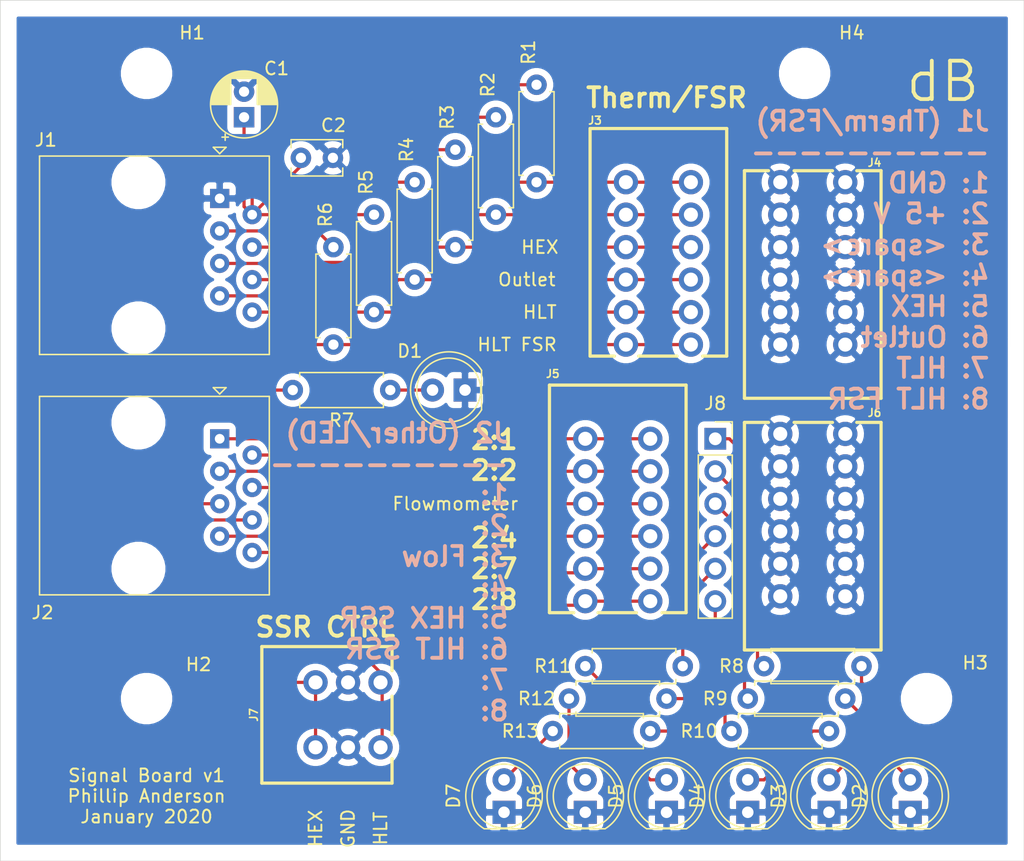
<source format=kicad_pcb>
(kicad_pcb (version 20171130) (host pcbnew 5.1.5-52549c5~84~ubuntu18.04.1)
  (layers (0 F.Cu signal) (31 B.Cu signal) (34 B.Paste user) (35 F.Paste user) (36 B.SilkS user) (37 F.SilkS user) (38 B.Mask user) (39 F.Mask user) (44 Edge.Cuts user))
  (net 0 "")
  (net 1 "Net-(J1-Pad8)")
  (net 2 "Net-(J1-Pad7)")
  (net 3 "Net-(J1-Pad6)")
  (net 4 "Net-(J1-Pad5)")
  (net 5 "Net-(J1-Pad4)")
  (net 6 "Net-(J1-Pad3)")
  (net 7 +5V)
  (net 8 GND)
  (net 9 "Net-(J2-Pad8)")
  (net 10 "Net-(J2-Pad7)")
  (net 11 "Net-(J2-Pad6)")
  (net 12 "Net-(J2-Pad5)")
  (net 13 "Net-(J2-Pad4)")
  (net 14 "Net-(J2-Pad3)")
  (net 15 "Net-(J2-Pad2)")
  (net 16 "Net-(J2-Pad1)")
  (net 17 "Net-(D1-Pad2)")
  (net 18 "Net-(J8-Pad6)")
  (net 19 "Net-(J8-Pad5)")
  (net 20 "Net-(J8-Pad4)")
  (net 21 "Net-(J8-Pad3)")
  (net 22 "Net-(J8-Pad2)")
  (net 23 "Net-(J8-Pad1)")
  (net 24 "Net-(D2-Pad2)")
  (net 25 "Net-(D3-Pad2)")
  (net 26 "Net-(D4-Pad2)")
  (net 27 "Net-(D5-Pad2)")
  (net 28 "Net-(D6-Pad2)")
  (net 29 "Net-(D7-Pad2)")
  (module Connectors:SPRINGTERMINAL_PRT-08074_2.54MM-3 (layer F.Cu) (at 71.628 93.98)
    (fp_text reference J7 (at -4.826 -2.54 90) (layer F.SilkS) (effects (font (size 0.6096 0.6096) (thickness 0.127))))
    (fp_text value Conn_01x03_Female hide)
    (pad 3 thru_hole circle (at 5.08 -5.08) (size 1.89992 1.89992) (drill 1.09982) (layers *.Cu *.Mask) (net 11 "Net-(J2-Pad6)"))
    (pad 3 thru_hole circle (at 5.08 0) (size 1.89992 1.89992) (drill 1.09982) (layers *.Cu *.Mask) (net 11 "Net-(J2-Pad6)"))
    (pad 2 thru_hole circle (at 2.54 -5.08) (size 1.89992 1.89992) (drill 1.09982) (layers *.Cu *.Mask) (net 8 GND))
    (pad 1 thru_hole circle (at 0 -5.08) (size 1.89992 1.89992) (drill 1.09982) (layers *.Cu *.Mask) (net 12 "Net-(J2-Pad5)"))
    (pad 2 thru_hole circle (at 2.54 0) (size 1.89992 1.89992) (drill 1.09982) (layers *.Cu *.Mask) (net 8 GND))
    (pad 1 thru_hole circle (at 0 0) (size 1.89992 1.89992) (drill 1.09982) (layers *.Cu *.Mask) (net 12 "Net-(J2-Pad5)"))
  )
  (module Connectors:SPRINGTERMINAL_PRT-08077_2.54MM-6 (layer F.Cu) (at 95.885 49.784 270)
    (fp_text reference J3 (at -4.826 2.413) (layer F.SilkS) (effects (font (size 0.6096 0.6096) (thickness 0.127))))
    (fp_text value Conn_01x06_Female hide)
    (pad 6 thru_hole circle (at 12.7 -5.08 270) (size 1.89992 1.89992) (drill 1.09982) (layers *.Cu *.Mask) (net 1 "Net-(J1-Pad8)"))
    (pad 5 thru_hole circle (at 10.16 -5.08 270) (size 1.89992 1.89992) (drill 1.09982) (layers *.Cu *.Mask) (net 2 "Net-(J1-Pad7)"))
    (pad 6 thru_hole circle (at 12.7 0 270) (size 1.89992 1.89992) (drill 1.09982) (layers *.Cu *.Mask) (net 1 "Net-(J1-Pad8)"))
    (pad 5 thru_hole circle (at 10.16 0 270) (size 1.89992 1.89992) (drill 1.09982) (layers *.Cu *.Mask) (net 2 "Net-(J1-Pad7)"))
    (pad 4 thru_hole circle (at 7.62 -5.08 270) (size 1.89992 1.89992) (drill 1.09982) (layers *.Cu *.Mask) (net 3 "Net-(J1-Pad6)"))
    (pad 4 thru_hole circle (at 7.62 0 270) (size 1.89992 1.89992) (drill 1.09982) (layers *.Cu *.Mask) (net 3 "Net-(J1-Pad6)"))
    (pad 3 thru_hole circle (at 5.08 -5.08 270) (size 1.89992 1.89992) (drill 1.09982) (layers *.Cu *.Mask) (net 4 "Net-(J1-Pad5)"))
    (pad 3 thru_hole circle (at 5.08 0 270) (size 1.89992 1.89992) (drill 1.09982) (layers *.Cu *.Mask) (net 4 "Net-(J1-Pad5)"))
    (pad 2 thru_hole circle (at 2.54 -5.08 270) (size 1.89992 1.89992) (drill 1.09982) (layers *.Cu *.Mask) (net 5 "Net-(J1-Pad4)"))
    (pad 1 thru_hole circle (at 0 -5.08 270) (size 1.89992 1.89992) (drill 1.09982) (layers *.Cu *.Mask) (net 6 "Net-(J1-Pad3)"))
    (pad 2 thru_hole circle (at 2.54 0 270) (size 1.89992 1.89992) (drill 1.09982) (layers *.Cu *.Mask) (net 5 "Net-(J1-Pad4)"))
    (pad 1 thru_hole circle (at 0 0 270) (size 1.89992 1.89992) (drill 1.09982) (layers *.Cu *.Mask) (net 6 "Net-(J1-Pad3)"))
  )
  (module Connectors:SPRINGTERMINAL_PRT-08077_2.54MM-6 (layer F.Cu) (at 113.03 62.484 90)
    (fp_text reference J4 (at 14.224 2.286) (layer F.SilkS) (effects (font (size 0.6096 0.6096) (thickness 0.127))))
    (fp_text value Conn_01x06_Female hide)
    (pad 6 thru_hole circle (at 12.7 -5.08 90) (size 1.89992 1.89992) (drill 1.09982) (layers *.Cu *.Mask) (net 8 GND))
    (pad 5 thru_hole circle (at 10.16 -5.08 90) (size 1.89992 1.89992) (drill 1.09982) (layers *.Cu *.Mask) (net 8 GND))
    (pad 6 thru_hole circle (at 12.7 0 90) (size 1.89992 1.89992) (drill 1.09982) (layers *.Cu *.Mask) (net 8 GND))
    (pad 5 thru_hole circle (at 10.16 0 90) (size 1.89992 1.89992) (drill 1.09982) (layers *.Cu *.Mask) (net 8 GND))
    (pad 4 thru_hole circle (at 7.62 -5.08 90) (size 1.89992 1.89992) (drill 1.09982) (layers *.Cu *.Mask) (net 8 GND))
    (pad 4 thru_hole circle (at 7.62 0 90) (size 1.89992 1.89992) (drill 1.09982) (layers *.Cu *.Mask) (net 8 GND))
    (pad 3 thru_hole circle (at 5.08 -5.08 90) (size 1.89992 1.89992) (drill 1.09982) (layers *.Cu *.Mask) (net 8 GND))
    (pad 3 thru_hole circle (at 5.08 0 90) (size 1.89992 1.89992) (drill 1.09982) (layers *.Cu *.Mask) (net 8 GND))
    (pad 2 thru_hole circle (at 2.54 -5.08 90) (size 1.89992 1.89992) (drill 1.09982) (layers *.Cu *.Mask) (net 8 GND))
    (pad 1 thru_hole circle (at 0 -5.08 90) (size 1.89992 1.89992) (drill 1.09982) (layers *.Cu *.Mask) (net 8 GND))
    (pad 2 thru_hole circle (at 2.54 0 90) (size 1.89992 1.89992) (drill 1.09982) (layers *.Cu *.Mask) (net 8 GND))
    (pad 1 thru_hole circle (at 0 0 90) (size 1.89992 1.89992) (drill 1.09982) (layers *.Cu *.Mask) (net 8 GND))
  )
  (module Connectors:SPRINGTERMINAL_PRT-08077_2.54MM-6 (layer F.Cu) (at 92.71 69.85 270)
    (fp_text reference J5 (at -5.08 2.54) (layer F.SilkS) (effects (font (size 0.6096 0.6096) (thickness 0.127))))
    (fp_text value Conn_01x06_Female hide)
    (pad 6 thru_hole circle (at 12.7 -5.08 270) (size 1.89992 1.89992) (drill 1.09982) (layers *.Cu *.Mask) (net 9 "Net-(J2-Pad8)"))
    (pad 5 thru_hole circle (at 10.16 -5.08 270) (size 1.89992 1.89992) (drill 1.09982) (layers *.Cu *.Mask) (net 10 "Net-(J2-Pad7)"))
    (pad 6 thru_hole circle (at 12.7 0 270) (size 1.89992 1.89992) (drill 1.09982) (layers *.Cu *.Mask) (net 9 "Net-(J2-Pad8)"))
    (pad 5 thru_hole circle (at 10.16 0 270) (size 1.89992 1.89992) (drill 1.09982) (layers *.Cu *.Mask) (net 10 "Net-(J2-Pad7)"))
    (pad 4 thru_hole circle (at 7.62 -5.08 270) (size 1.89992 1.89992) (drill 1.09982) (layers *.Cu *.Mask) (net 13 "Net-(J2-Pad4)"))
    (pad 4 thru_hole circle (at 7.62 0 270) (size 1.89992 1.89992) (drill 1.09982) (layers *.Cu *.Mask) (net 13 "Net-(J2-Pad4)"))
    (pad 3 thru_hole circle (at 5.08 -5.08 270) (size 1.89992 1.89992) (drill 1.09982) (layers *.Cu *.Mask) (net 14 "Net-(J2-Pad3)"))
    (pad 3 thru_hole circle (at 5.08 0 270) (size 1.89992 1.89992) (drill 1.09982) (layers *.Cu *.Mask) (net 14 "Net-(J2-Pad3)"))
    (pad 2 thru_hole circle (at 2.54 -5.08 270) (size 1.89992 1.89992) (drill 1.09982) (layers *.Cu *.Mask) (net 15 "Net-(J2-Pad2)"))
    (pad 1 thru_hole circle (at 0 -5.08 270) (size 1.89992 1.89992) (drill 1.09982) (layers *.Cu *.Mask) (net 16 "Net-(J2-Pad1)"))
    (pad 2 thru_hole circle (at 2.54 0 270) (size 1.89992 1.89992) (drill 1.09982) (layers *.Cu *.Mask) (net 15 "Net-(J2-Pad2)"))
    (pad 1 thru_hole circle (at 0 0 270) (size 1.89992 1.89992) (drill 1.09982) (layers *.Cu *.Mask) (net 16 "Net-(J2-Pad1)"))
  )
  (module Connectors:SPRINGTERMINAL_PRT-08077_2.54MM-6 (layer F.Cu) (at 113.03 82.169 90)
    (fp_text reference J6 (at 14.351 2.286) (layer F.SilkS) (effects (font (size 0.6096 0.6096) (thickness 0.127))))
    (fp_text value Conn_01x06_Female hide)
    (pad 6 thru_hole circle (at 12.7 -5.08 90) (size 1.89992 1.89992) (drill 1.09982) (layers *.Cu *.Mask) (net 8 GND))
    (pad 5 thru_hole circle (at 10.16 -5.08 90) (size 1.89992 1.89992) (drill 1.09982) (layers *.Cu *.Mask) (net 8 GND))
    (pad 6 thru_hole circle (at 12.7 0 90) (size 1.89992 1.89992) (drill 1.09982) (layers *.Cu *.Mask) (net 8 GND))
    (pad 5 thru_hole circle (at 10.16 0 90) (size 1.89992 1.89992) (drill 1.09982) (layers *.Cu *.Mask) (net 8 GND))
    (pad 4 thru_hole circle (at 7.62 -5.08 90) (size 1.89992 1.89992) (drill 1.09982) (layers *.Cu *.Mask) (net 8 GND))
    (pad 4 thru_hole circle (at 7.62 0 90) (size 1.89992 1.89992) (drill 1.09982) (layers *.Cu *.Mask) (net 8 GND))
    (pad 3 thru_hole circle (at 5.08 -5.08 90) (size 1.89992 1.89992) (drill 1.09982) (layers *.Cu *.Mask) (net 8 GND))
    (pad 3 thru_hole circle (at 5.08 0 90) (size 1.89992 1.89992) (drill 1.09982) (layers *.Cu *.Mask) (net 8 GND))
    (pad 2 thru_hole circle (at 2.54 -5.08 90) (size 1.89992 1.89992) (drill 1.09982) (layers *.Cu *.Mask) (net 8 GND))
    (pad 1 thru_hole circle (at 0 -5.08 90) (size 1.89992 1.89992) (drill 1.09982) (layers *.Cu *.Mask) (net 8 GND))
    (pad 2 thru_hole circle (at 2.54 0 90) (size 1.89992 1.89992) (drill 1.09982) (layers *.Cu *.Mask) (net 8 GND))
    (pad 1 thru_hole circle (at 0 0 90) (size 1.89992 1.89992) (drill 1.09982) (layers *.Cu *.Mask) (net 8 GND))
  )
  (module Connector_PinSocket_2.54mm:PinSocket_1x06_P2.54mm_Vertical (layer F.Cu) (at 102.87 69.85)
    (fp_text reference J8 (at 0 -2.77) (layer F.SilkS))
    (fp_text value Conn_01x06_Female)
    (pad 6 thru_hole oval (at 0 12.7) (size 1.7 1.7) (drill 1) (layers *.Cu *.Mask) (net 18 "Net-(J8-Pad6)"))
    (pad 5 thru_hole oval (at 0 10.16) (size 1.7 1.7) (drill 1) (layers *.Cu *.Mask) (net 19 "Net-(J8-Pad5)"))
    (pad 4 thru_hole oval (at 0 7.62) (size 1.7 1.7) (drill 1) (layers *.Cu *.Mask) (net 20 "Net-(J8-Pad4)"))
    (pad 3 thru_hole oval (at 0 5.08) (size 1.7 1.7) (drill 1) (layers *.Cu *.Mask) (net 21 "Net-(J8-Pad3)"))
    (pad 2 thru_hole oval (at 0 2.54) (size 1.7 1.7) (drill 1) (layers *.Cu *.Mask) (net 22 "Net-(J8-Pad2)"))
    (pad 1 thru_hole rect (at 0 0) (size 1.7 1.7) (drill 1) (layers *.Cu *.Mask) (net 23 "Net-(J8-Pad1)"))
  )
  (module LED_THT:LED_D5.0mm (layer F.Cu) (at 86.36 99.06 90)
    (fp_text reference D7 (at 1.27 -3.96 90) (layer F.SilkS))
    (fp_text value LED)
    (pad 2 thru_hole circle (at 2.54 0 90) (size 1.8 1.8) (drill 0.9) (layers *.Cu *.Mask) (net 29 "Net-(D7-Pad2)"))
    (pad 1 thru_hole rect (at 0 0 90) (size 1.8 1.8) (drill 0.9) (layers *.Cu *.Mask) (net 8 GND))
  )
  (module MountingHole:MountingHole_3mm (layer F.Cu) (at 109.855 41.275)
    (fp_text reference H4 (at 3.683 -3.175) (layer F.SilkS))
    (fp_text value MountingHole)
    (pad 1 np_thru_hole circle (at 0 0) (size 3 3) (drill 3) (layers *.Cu *.Mask))
  )
  (module MountingHole:MountingHole_3mm (layer F.Cu) (at 119.38 90.17)
    (fp_text reference H3 (at 3.81 -2.794) (layer F.SilkS))
    (fp_text value MountingHole)
    (pad 1 np_thru_hole circle (at 0 0) (size 3 3) (drill 3) (layers *.Cu *.Mask))
  )
  (module MountingHole:MountingHole_3mm (layer F.Cu) (at 58.42 90.17)
    (fp_text reference H2 (at 4.064 -2.667) (layer F.SilkS))
    (fp_text value MountingHole)
    (pad 1 np_thru_hole circle (at 0 0) (size 3 3) (drill 3) (layers *.Cu *.Mask))
  )
  (module MountingHole:MountingHole_3mm (layer F.Cu) (at 58.42 41.275)
    (fp_text reference H1 (at 3.556 -3.175) (layer F.SilkS))
    (fp_text value MountingHole)
    (pad 1 np_thru_hole circle (at 0 0) (size 3 3) (drill 3) (layers *.Cu *.Mask))
  )
  (module Resistor_THT:R_Axial_DIN0207_L6.3mm_D2.5mm_P7.62mm_Horizontal (layer F.Cu) (at 90.17 92.71)
    (fp_text reference R13 (at -2.54 0) (layer F.SilkS))
    (fp_text value 220R)
    (pad 2 thru_hole oval (at 7.62 0) (size 1.6 1.6) (drill 0.8) (layers *.Cu *.Mask) (net 18 "Net-(J8-Pad6)"))
    (pad 1 thru_hole circle (at 0 0) (size 1.6 1.6) (drill 0.8) (layers *.Cu *.Mask) (net 29 "Net-(D7-Pad2)"))
  )
  (module Resistor_THT:R_Axial_DIN0207_L6.3mm_D2.5mm_P7.62mm_Horizontal (layer F.Cu) (at 91.44 90.17)
    (fp_text reference R12 (at -2.54 0) (layer F.SilkS))
    (fp_text value 220R)
    (pad 2 thru_hole oval (at 7.62 0) (size 1.6 1.6) (drill 0.8) (layers *.Cu *.Mask) (net 19 "Net-(J8-Pad5)"))
    (pad 1 thru_hole circle (at 0 0) (size 1.6 1.6) (drill 0.8) (layers *.Cu *.Mask) (net 28 "Net-(D6-Pad2)"))
  )
  (module Resistor_THT:R_Axial_DIN0207_L6.3mm_D2.5mm_P7.62mm_Horizontal (layer F.Cu) (at 92.71 87.63)
    (fp_text reference R11 (at -2.54 0) (layer F.SilkS))
    (fp_text value 220R)
    (pad 2 thru_hole oval (at 7.62 0) (size 1.6 1.6) (drill 0.8) (layers *.Cu *.Mask) (net 20 "Net-(J8-Pad4)"))
    (pad 1 thru_hole circle (at 0 0) (size 1.6 1.6) (drill 0.8) (layers *.Cu *.Mask) (net 27 "Net-(D5-Pad2)"))
  )
  (module Resistor_THT:R_Axial_DIN0207_L6.3mm_D2.5mm_P7.62mm_Horizontal (layer F.Cu) (at 111.76 92.71 180)
    (fp_text reference R10 (at 10.16 0) (layer F.SilkS))
    (fp_text value 220R)
    (pad 2 thru_hole oval (at 7.62 0 180) (size 1.6 1.6) (drill 0.8) (layers *.Cu *.Mask) (net 21 "Net-(J8-Pad3)"))
    (pad 1 thru_hole circle (at 0 0 180) (size 1.6 1.6) (drill 0.8) (layers *.Cu *.Mask) (net 26 "Net-(D4-Pad2)"))
  )
  (module Resistor_THT:R_Axial_DIN0207_L6.3mm_D2.5mm_P7.62mm_Horizontal (layer F.Cu) (at 113.03 90.17 180)
    (fp_text reference R9 (at 10.16 0) (layer F.SilkS))
    (fp_text value 220R)
    (pad 2 thru_hole oval (at 7.62 0 180) (size 1.6 1.6) (drill 0.8) (layers *.Cu *.Mask) (net 22 "Net-(J8-Pad2)"))
    (pad 1 thru_hole circle (at 0 0 180) (size 1.6 1.6) (drill 0.8) (layers *.Cu *.Mask) (net 25 "Net-(D3-Pad2)"))
  )
  (module Resistor_THT:R_Axial_DIN0207_L6.3mm_D2.5mm_P7.62mm_Horizontal (layer F.Cu) (at 114.3 87.63 180)
    (fp_text reference R8 (at 10.16 0) (layer F.SilkS))
    (fp_text value 220R)
    (pad 2 thru_hole oval (at 7.62 0 180) (size 1.6 1.6) (drill 0.8) (layers *.Cu *.Mask) (net 23 "Net-(J8-Pad1)"))
    (pad 1 thru_hole circle (at 0 0 180) (size 1.6 1.6) (drill 0.8) (layers *.Cu *.Mask) (net 24 "Net-(D2-Pad2)"))
  )
  (module LED_THT:LED_D5.0mm (layer F.Cu) (at 92.71 99.06 90)
    (fp_text reference D6 (at 1.27 -3.96 90) (layer F.SilkS))
    (fp_text value LED)
    (pad 2 thru_hole circle (at 2.54 0 90) (size 1.8 1.8) (drill 0.9) (layers *.Cu *.Mask) (net 28 "Net-(D6-Pad2)"))
    (pad 1 thru_hole rect (at 0 0 90) (size 1.8 1.8) (drill 0.9) (layers *.Cu *.Mask) (net 8 GND))
  )
  (module LED_THT:LED_D5.0mm (layer F.Cu) (at 99.06 99.06 90)
    (fp_text reference D5 (at 1.27 -3.96 90) (layer F.SilkS))
    (fp_text value LED)
    (pad 2 thru_hole circle (at 2.54 0 90) (size 1.8 1.8) (drill 0.9) (layers *.Cu *.Mask) (net 27 "Net-(D5-Pad2)"))
    (pad 1 thru_hole rect (at 0 0 90) (size 1.8 1.8) (drill 0.9) (layers *.Cu *.Mask) (net 8 GND))
  )
  (module LED_THT:LED_D5.0mm (layer F.Cu) (at 105.41 99.06 90)
    (fp_text reference D4 (at 1.27 -3.96 90) (layer F.SilkS))
    (fp_text value LED)
    (pad 2 thru_hole circle (at 2.54 0 90) (size 1.8 1.8) (drill 0.9) (layers *.Cu *.Mask) (net 26 "Net-(D4-Pad2)"))
    (pad 1 thru_hole rect (at 0 0 90) (size 1.8 1.8) (drill 0.9) (layers *.Cu *.Mask) (net 8 GND))
  )
  (module LED_THT:LED_D5.0mm (layer F.Cu) (at 111.76 99.06 90)
    (fp_text reference D3 (at 1.27 -3.96 90) (layer F.SilkS))
    (fp_text value LED)
    (pad 2 thru_hole circle (at 2.54 0 90) (size 1.8 1.8) (drill 0.9) (layers *.Cu *.Mask) (net 25 "Net-(D3-Pad2)"))
    (pad 1 thru_hole rect (at 0 0 90) (size 1.8 1.8) (drill 0.9) (layers *.Cu *.Mask) (net 8 GND))
  )
  (module LED_THT:LED_D5.0mm (layer F.Cu) (at 118.11 99.06 90)
    (fp_text reference D2 (at 1.27 -3.96 90) (layer F.SilkS))
    (fp_text value LED)
    (pad 2 thru_hole circle (at 2.54 0 90) (size 1.8 1.8) (drill 0.9) (layers *.Cu *.Mask) (net 24 "Net-(D2-Pad2)"))
    (pad 1 thru_hole rect (at 0 0 90) (size 1.8 1.8) (drill 0.9) (layers *.Cu *.Mask) (net 8 GND))
  )
  (module LED_THT:LED_D5.0mm (layer F.Cu) (at 83.312 66.04 180)
    (fp_text reference D1 (at 4.318 3.048) (layer F.SilkS))
    (fp_text value LED)
    (pad 2 thru_hole circle (at 2.54 0 180) (size 1.8 1.8) (drill 0.9) (layers *.Cu *.Mask) (net 17 "Net-(D1-Pad2)"))
    (pad 1 thru_hole rect (at 0 0 180) (size 1.8 1.8) (drill 0.9) (layers *.Cu *.Mask) (net 8 GND))
  )
  (module Resistor_THT:R_Axial_DIN0207_L6.3mm_D2.5mm_P7.62mm_Horizontal (layer F.Cu) (at 77.47 66.04 180)
    (fp_text reference R7 (at 3.81 -2.37) (layer F.SilkS))
    (fp_text value 220R)
    (pad 2 thru_hole oval (at 7.62 0 180) (size 1.6 1.6) (drill 0.8) (layers *.Cu *.Mask) (net 7 +5V))
    (pad 1 thru_hole circle (at 0 0 180) (size 1.6 1.6) (drill 0.8) (layers *.Cu *.Mask) (net 17 "Net-(D1-Pad2)"))
  )
  (module Capacitor_THT:C_Disc_D3.8mm_W2.6mm_P2.50mm (layer F.Cu) (at 70.485 47.879)
    (fp_text reference C2 (at 2.54 -2.54) (layer F.SilkS))
    (fp_text value 0.1uF)
    (pad 2 thru_hole circle (at 2.5 0) (size 1.6 1.6) (drill 0.8) (layers *.Cu *.Mask) (net 8 GND))
    (pad 1 thru_hole circle (at 0 0) (size 1.6 1.6) (drill 0.8) (layers *.Cu *.Mask) (net 7 +5V))
  )
  (module Capacitor_THT:CP_Radial_D5.0mm_P2.00mm (layer F.Cu) (at 66.04 44.704 90)
    (fp_text reference C1 (at 3.81 2.54 180) (layer F.SilkS))
    (fp_text value 10uF)
    (pad 2 thru_hole circle (at 2 0 90) (size 1.6 1.6) (drill 0.8) (layers *.Cu *.Mask) (net 8 GND))
    (pad 1 thru_hole rect (at 0 0 90) (size 1.6 1.6) (drill 0.8) (layers *.Cu *.Mask) (net 7 +5V))
  )
  (module Resistor_THT:R_Axial_DIN0207_L6.3mm_D2.5mm_P7.62mm_Horizontal (layer F.Cu) (at 73.025 62.484 90)
    (fp_text reference R6 (at 10.16 -0.635 90) (layer F.SilkS))
    (fp_text value 10k)
    (pad 2 thru_hole oval (at 7.62 0 90) (size 1.6 1.6) (drill 0.8) (layers *.Cu *.Mask) (net 7 +5V))
    (pad 1 thru_hole circle (at 0 0 90) (size 1.6 1.6) (drill 0.8) (layers *.Cu *.Mask) (net 1 "Net-(J1-Pad8)"))
  )
  (module Resistor_THT:R_Axial_DIN0207_L6.3mm_D2.5mm_P7.62mm_Horizontal (layer F.Cu) (at 76.2 59.944 90)
    (fp_text reference R5 (at 10.16 -0.635 90) (layer F.SilkS))
    (fp_text value 10k)
    (pad 2 thru_hole oval (at 7.62 0 90) (size 1.6 1.6) (drill 0.8) (layers *.Cu *.Mask) (net 7 +5V))
    (pad 1 thru_hole circle (at 0 0 90) (size 1.6 1.6) (drill 0.8) (layers *.Cu *.Mask) (net 2 "Net-(J1-Pad7)"))
  )
  (module Resistor_THT:R_Axial_DIN0207_L6.3mm_D2.5mm_P7.62mm_Horizontal (layer F.Cu) (at 79.375 57.404 90)
    (fp_text reference R4 (at 10.16 -0.635 90) (layer F.SilkS))
    (fp_text value 10k)
    (pad 2 thru_hole oval (at 7.62 0 90) (size 1.6 1.6) (drill 0.8) (layers *.Cu *.Mask) (net 7 +5V))
    (pad 1 thru_hole circle (at 0 0 90) (size 1.6 1.6) (drill 0.8) (layers *.Cu *.Mask) (net 3 "Net-(J1-Pad6)"))
  )
  (module Resistor_THT:R_Axial_DIN0207_L6.3mm_D2.5mm_P7.62mm_Horizontal (layer F.Cu) (at 82.55 54.864 90)
    (fp_text reference R3 (at 10.16 -0.635 90) (layer F.SilkS))
    (fp_text value 10k)
    (pad 2 thru_hole oval (at 7.62 0 90) (size 1.6 1.6) (drill 0.8) (layers *.Cu *.Mask) (net 7 +5V))
    (pad 1 thru_hole circle (at 0 0 90) (size 1.6 1.6) (drill 0.8) (layers *.Cu *.Mask) (net 4 "Net-(J1-Pad5)"))
  )
  (module Resistor_THT:R_Axial_DIN0207_L6.3mm_D2.5mm_P7.62mm_Horizontal (layer F.Cu) (at 85.725 52.324 90)
    (fp_text reference R2 (at 10.16 -0.635 90) (layer F.SilkS))
    (fp_text value 10k)
    (pad 2 thru_hole oval (at 7.62 0 90) (size 1.6 1.6) (drill 0.8) (layers *.Cu *.Mask) (net 7 +5V))
    (pad 1 thru_hole circle (at 0 0 90) (size 1.6 1.6) (drill 0.8) (layers *.Cu *.Mask) (net 5 "Net-(J1-Pad4)"))
  )
  (module Resistor_THT:R_Axial_DIN0207_L6.3mm_D2.5mm_P7.62mm_Horizontal (layer F.Cu) (at 88.9 49.784 90)
    (fp_text reference R1 (at 10.16 -0.635 90) (layer F.SilkS))
    (fp_text value 10k)
    (pad 2 thru_hole oval (at 7.62 0 90) (size 1.6 1.6) (drill 0.8) (layers *.Cu *.Mask) (net 7 +5V))
    (pad 1 thru_hole circle (at 0 0 90) (size 1.6 1.6) (drill 0.8) (layers *.Cu *.Mask) (net 6 "Net-(J1-Pad3)"))
  )
  (module Connector_RJ:RJ45_Amphenol_54602-x08_Horizontal (layer F.Cu) (at 64.135 69.85 270)
    (fp_text reference J2 (at 13.589 13.843 180) (layer F.SilkS))
    (fp_text value RJ45)
    (pad 8 thru_hole circle (at 8.89 -2.54 270) (size 1.5 1.5) (drill 0.76) (layers *.Cu *.Mask) (net 9 "Net-(J2-Pad8)"))
    (pad 7 thru_hole circle (at 7.62 0 270) (size 1.5 1.5) (drill 0.76) (layers *.Cu *.Mask) (net 10 "Net-(J2-Pad7)"))
    (pad 6 thru_hole circle (at 6.35 -2.54 270) (size 1.5 1.5) (drill 0.76) (layers *.Cu *.Mask) (net 11 "Net-(J2-Pad6)"))
    (pad 5 thru_hole circle (at 5.08 0 270) (size 1.5 1.5) (drill 0.76) (layers *.Cu *.Mask) (net 12 "Net-(J2-Pad5)"))
    (pad 4 thru_hole circle (at 3.81 -2.54 270) (size 1.5 1.5) (drill 0.76) (layers *.Cu *.Mask) (net 13 "Net-(J2-Pad4)"))
    (pad 3 thru_hole circle (at 2.54 0 270) (size 1.5 1.5) (drill 0.76) (layers *.Cu *.Mask) (net 14 "Net-(J2-Pad3)"))
    (pad 2 thru_hole circle (at 1.27 -2.54 270) (size 1.5 1.5) (drill 0.76) (layers *.Cu *.Mask) (net 15 "Net-(J2-Pad2)"))
    (pad 1 thru_hole rect (at 0 0 270) (size 1.5 1.5) (drill 0.76) (layers *.Cu *.Mask) (net 16 "Net-(J2-Pad1)"))
    (pad "" np_thru_hole circle (at -1.27 6.35 270) (size 3.2 3.2) (drill 3.2) (layers *.Cu *.Mask))
    (pad "" np_thru_hole circle (at 10.16 6.35 270) (size 3.2 3.2) (drill 3.2) (layers *.Cu *.Mask))
  )
  (module Connector_RJ:RJ45_Amphenol_54602-x08_Horizontal (layer F.Cu) (at 64.135 51.054 270)
    (fp_text reference J1 (at -4.572 13.589 180) (layer F.SilkS))
    (fp_text value RJ45)
    (pad 8 thru_hole circle (at 8.89 -2.54 270) (size 1.5 1.5) (drill 0.76) (layers *.Cu *.Mask) (net 1 "Net-(J1-Pad8)"))
    (pad 7 thru_hole circle (at 7.62 0 270) (size 1.5 1.5) (drill 0.76) (layers *.Cu *.Mask) (net 2 "Net-(J1-Pad7)"))
    (pad 6 thru_hole circle (at 6.35 -2.54 270) (size 1.5 1.5) (drill 0.76) (layers *.Cu *.Mask) (net 3 "Net-(J1-Pad6)"))
    (pad 5 thru_hole circle (at 5.08 0 270) (size 1.5 1.5) (drill 0.76) (layers *.Cu *.Mask) (net 4 "Net-(J1-Pad5)"))
    (pad 4 thru_hole circle (at 3.81 -2.54 270) (size 1.5 1.5) (drill 0.76) (layers *.Cu *.Mask) (net 5 "Net-(J1-Pad4)"))
    (pad 3 thru_hole circle (at 2.54 0 270) (size 1.5 1.5) (drill 0.76) (layers *.Cu *.Mask) (net 6 "Net-(J1-Pad3)"))
    (pad 2 thru_hole circle (at 1.27 -2.54 270) (size 1.5 1.5) (drill 0.76) (layers *.Cu *.Mask) (net 7 +5V))
    (pad 1 thru_hole rect (at 0 0 270) (size 1.5 1.5) (drill 0.76) (layers *.Cu *.Mask) (net 8 GND))
    (pad "" np_thru_hole circle (at -1.27 6.35 270) (size 3.2 3.2) (drill 3.2) (layers *.Cu *.Mask))
    (pad "" np_thru_hole circle (at 10.16 6.35 270) (size 3.2 3.2) (drill 3.2) (layers *.Cu *.Mask))
  )
  (gr_text "2:4\n2:7\n2:8" (at 85.598 80.01) (layer F.SilkS) (effects (font (size 1.5 1.5) (thickness 0.3))))
  (gr_text "2:1\n2:2" (at 85.598 71.12) (layer F.SilkS) (effects (font (size 1.5 1.5) (thickness 0.3))))
  (gr_text "J2 (Other/LED)\n----------\n1: \n2: \n3: Flow\n4: \n5: HEX SSR\n6: HLT SSR\n7: \n8: \n" (at 86.868 80.264) (layer B.SilkS) (effects (font (size 1.5 1.5) (thickness 0.3)) (justify left mirror)))
  (gr_text "J1 (Therm/FSR)\n----------\n1: GND\n2: +5 V\n3: <spare>\n4: <spare>\n5: HEX\n6: Outlet\n7: HLT\n8: HLT FSR\n" (at 124.46 55.88) (layer B.SilkS) (effects (font (size 1.5 1.5) (thickness 0.3)) (justify left mirror)))
  (gr_text "Signal Board v1\nPhillip Anderson\nJanuary 2020" (at 58.42 97.79) (layer F.SilkS) (effects (font (size 1 1))))
  (gr_text dB (at 120.65 41.91) (layer F.SilkS) (effects (font (size 3 3) (thickness 0.3))))
  (gr_text GND (at 74.168 100.33 90) (layer F.SilkS) (effects (font (size 1 1))))
  (gr_text HLT (at 76.708 100.33 90) (layer F.SilkS) (effects (font (size 1 1))))
  (gr_text HEX (at 71.628 100.33 90) (layer F.SilkS) (effects (font (size 1 1))))
  (gr_text Flowmometer (at 82.55 74.93) (layer F.SilkS) (effects (font (size 1 1))))
  (gr_text "HLT FSR" (at 87.376 62.484) (layer F.SilkS) (effects (font (size 1 1))))
  (gr_text HLT (at 89.154 59.944) (layer F.SilkS) (effects (font (size 1 1))))
  (gr_text Outlet (at 88.138 57.404) (layer F.SilkS) (effects (font (size 1 1))))
  (gr_text HEX (at 89.154 54.864) (layer F.SilkS) (effects (font (size 1 1))))
  (gr_text "SSR CTRL" (at 72.39 84.582) (layer F.SilkS) (effects (font (size 1.5 1.5) (thickness 0.3))))
  (gr_text Therm/FSR (at 99.06 43.18) (layer F.SilkS) (effects (font (size 1.5 1.5) (thickness 0.3))))
  (gr_line (start 46.99 102.87) (end 46.99 35.56) (layer Edge.Cuts) (width 0.05))
  (gr_line (start 127 102.87) (end 46.99 102.87) (layer Edge.Cuts) (width 0.05))
  (gr_line (start 127 35.56) (end 127 102.87) (layer Edge.Cuts) (width 0.05))
  (gr_line (start 46.99 35.56) (end 127 35.56) (layer Edge.Cuts) (width 0.05))
  (segment (start 95.245762 62.484) (end 95.565381 62.803619) (width 0.25) (layer F.Cu) (net 1))
  (segment (start 73.025 62.484) (end 95.245762 62.484) (width 0.25) (layer F.Cu) (net 1))
  (segment (start 73.025 62.484) (end 71.12 62.484) (width 0.25) (layer F.Cu) (net 1))
  (segment (start 68.58 59.944) (end 66.675 59.944) (width 0.25) (layer F.Cu) (net 1))
  (segment (start 71.12 62.484) (end 68.58 59.944) (width 0.25) (layer F.Cu) (net 1))
  (segment (start 100.965 62.484) (end 95.885 62.484) (width 0.25) (layer F.Cu) (net 1))
  (segment (start 95.245762 59.944) (end 95.565381 60.263619) (width 0.25) (layer F.Cu) (net 2))
  (segment (start 76.2 59.944) (end 95.245762 59.944) (width 0.25) (layer F.Cu) (net 2))
  (segment (start 64.135 58.674) (end 68.58 58.674) (width 0.25) (layer F.Cu) (net 2))
  (segment (start 69.85 59.944) (end 76.2 59.944) (width 0.25) (layer F.Cu) (net 2))
  (segment (start 68.58 58.674) (end 69.85 59.944) (width 0.25) (layer F.Cu) (net 2))
  (segment (start 95.885 59.944) (end 100.965 59.944) (width 0.25) (layer F.Cu) (net 2))
  (segment (start 95.245762 57.404) (end 95.565381 57.723619) (width 0.25) (layer F.Cu) (net 3))
  (segment (start 79.375 57.404) (end 95.245762 57.404) (width 0.25) (layer F.Cu) (net 3))
  (segment (start 78.105 57.404) (end 79.375 57.404) (width 0.25) (layer F.Cu) (net 3))
  (segment (start 77.47 58.039) (end 78.105 57.404) (width 0.25) (layer F.Cu) (net 3))
  (segment (start 69.215 58.039) (end 77.47 58.039) (width 0.25) (layer F.Cu) (net 3))
  (segment (start 66.675 57.404) (end 68.58 57.404) (width 0.25) (layer F.Cu) (net 3))
  (segment (start 68.58 57.404) (end 69.215 58.039) (width 0.25) (layer F.Cu) (net 3))
  (segment (start 100.965 57.404) (end 95.885 57.404) (width 0.25) (layer F.Cu) (net 3))
  (segment (start 95.245762 54.864) (end 95.565381 55.183619) (width 0.25) (layer F.Cu) (net 4))
  (segment (start 82.55 54.864) (end 95.245762 54.864) (width 0.25) (layer F.Cu) (net 4))
  (segment (start 68.58 56.134) (end 64.135 56.134) (width 0.25) (layer F.Cu) (net 4))
  (segment (start 76.83641 57.404) (end 69.85 57.404) (width 0.25) (layer F.Cu) (net 4))
  (segment (start 69.85 57.404) (end 68.58 56.134) (width 0.25) (layer F.Cu) (net 4))
  (segment (start 82.55 54.864) (end 79.37641 54.864) (width 0.25) (layer F.Cu) (net 4))
  (segment (start 79.37641 54.864) (end 76.83641 57.404) (width 0.25) (layer F.Cu) (net 4))
  (segment (start 95.885 54.864) (end 100.965 54.864) (width 0.25) (layer F.Cu) (net 4))
  (segment (start 95.43299 52.511228) (end 95.565381 52.643619) (width 0.25) (layer F.Cu) (net 5))
  (segment (start 85.725 52.324) (end 95.43299 52.324) (width 0.25) (layer F.Cu) (net 5))
  (segment (start 95.43299 52.324) (end 95.43299 52.511228) (width 0.25) (layer F.Cu) (net 5))
  (segment (start 68.897853 54.864) (end 66.675 54.864) (width 0.25) (layer F.Cu) (net 5))
  (segment (start 70.802853 56.769) (end 68.897853 54.864) (width 0.25) (layer F.Cu) (net 5))
  (segment (start 85.725 52.324) (end 80.645 52.324) (width 0.25) (layer F.Cu) (net 5))
  (segment (start 76.2 56.769) (end 70.802853 56.769) (width 0.25) (layer F.Cu) (net 5))
  (segment (start 80.645 52.324) (end 76.2 56.769) (width 0.25) (layer F.Cu) (net 5))
  (segment (start 100.965 52.324) (end 95.885 52.324) (width 0.25) (layer F.Cu) (net 5))
  (segment (start 95.245762 49.784) (end 95.565381 50.103619) (width 0.25) (layer F.Cu) (net 6))
  (segment (start 88.9 49.784) (end 95.245762 49.784) (width 0.25) (layer F.Cu) (net 6))
  (segment (start 69.215 53.594) (end 64.135 53.594) (width 0.25) (layer F.Cu) (net 6))
  (segment (start 71.674967 56.053967) (end 69.215 53.594) (width 0.25) (layer F.Cu) (net 6))
  (segment (start 75.645033 56.053967) (end 71.674967 56.053967) (width 0.25) (layer F.Cu) (net 6))
  (segment (start 88.9 49.784) (end 81.915 49.784) (width 0.25) (layer F.Cu) (net 6))
  (segment (start 81.915 49.784) (end 75.645033 56.053967) (width 0.25) (layer F.Cu) (net 6))
  (segment (start 95.885 49.784) (end 100.965 49.784) (width 0.25) (layer F.Cu) (net 6))
  (segment (start 71.12 44.704) (end 85.725 44.704) (width 0.25) (layer F.Cu) (net 7))
  (segment (start 70.485 52.324) (end 73.025 54.864) (width 0.25) (layer F.Cu) (net 7))
  (segment (start 70.485 52.324) (end 76.2 52.324) (width 0.25) (layer F.Cu) (net 7))
  (segment (start 73.025 49.784) (end 79.375 49.784) (width 0.25) (layer F.Cu) (net 7))
  (segment (start 70.485 52.324) (end 73.025 49.784) (width 0.25) (layer F.Cu) (net 7))
  (segment (start 66.675 52.324) (end 70.485 52.324) (width 0.25) (layer F.Cu) (net 7))
  (segment (start 73.025 44.704) (end 71.12 44.704) (width 0.25) (layer F.Cu) (net 7))
  (segment (start 82.55 47.244) (end 75.565 47.244) (width 0.25) (layer F.Cu) (net 7))
  (segment (start 75.565 47.244) (end 73.025 44.704) (width 0.25) (layer F.Cu) (net 7))
  (segment (start 75.565 42.164) (end 73.025 44.704) (width 0.25) (layer F.Cu) (net 7))
  (segment (start 88.9 42.164) (end 75.565 42.164) (width 0.25) (layer F.Cu) (net 7))
  (segment (start 70.485 48.514) (end 66.675 52.324) (width 0.25) (layer F.Cu) (net 7))
  (segment (start 70.485 47.879) (end 70.485 48.514) (width 0.25) (layer F.Cu) (net 7))
  (segment (start 66.04 51.689) (end 66.675 52.324) (width 0.25) (layer F.Cu) (net 7))
  (segment (start 66.675 48.514) (end 66.675 52.324) (width 0.25) (layer F.Cu) (net 7))
  (segment (start 71.12 44.704) (end 70.485 44.704) (width 0.25) (layer F.Cu) (net 7))
  (segment (start 70.485 44.704) (end 66.675 48.514) (width 0.25) (layer F.Cu) (net 7))
  (segment (start 66.04 44.704) (end 66.04 49.53) (width 0.25) (layer F.Cu) (net 7))
  (segment (start 66.04 49.53) (end 66.04 51.689) (width 0.25) (layer F.Cu) (net 7))
  (segment (start 62.23 49.53) (end 66.04 49.53) (width 0.25) (layer F.Cu) (net 7))
  (segment (start 60.96 50.8) (end 62.23 49.53) (width 0.25) (layer F.Cu) (net 7))
  (segment (start 69.85 66.04) (end 67.31 66.04) (width 0.25) (layer F.Cu) (net 7))
  (segment (start 60.96 59.69) (end 60.96 50.8) (width 0.25) (layer F.Cu) (net 7))
  (segment (start 67.31 66.04) (end 60.96 59.69) (width 0.25) (layer F.Cu) (net 7))
  (segment (start 66.675 78.74) (end 82.55 78.74) (width 0.25) (layer F.Cu) (net 9))
  (segment (start 86.679619 82.869619) (end 92.390381 82.869619) (width 0.25) (layer F.Cu) (net 9))
  (segment (start 82.55 78.74) (end 86.679619 82.869619) (width 0.25) (layer F.Cu) (net 9))
  (segment (start 97.79 82.55) (end 92.71 82.55) (width 0.25) (layer F.Cu) (net 9))
  (segment (start 86.679619 80.329619) (end 92.390381 80.329619) (width 0.25) (layer F.Cu) (net 10))
  (segment (start 64.135 77.47) (end 83.82 77.47) (width 0.25) (layer F.Cu) (net 10))
  (segment (start 83.82 77.47) (end 86.679619 80.329619) (width 0.25) (layer F.Cu) (net 10))
  (segment (start 97.79 80.01) (end 92.71 80.01) (width 0.25) (layer F.Cu) (net 10))
  (segment (start 70.358 81.788) (end 76.708 88.138) (width 0.25) (layer F.Cu) (net 11))
  (segment (start 66.294 76.2) (end 62.97525 76.2) (width 0.25) (layer F.Cu) (net 11))
  (segment (start 76.708 88.138) (end 76.708 88.9) (width 0.25) (layer F.Cu) (net 11))
  (segment (start 62.97525 76.2) (end 62.738 76.43725) (width 0.25) (layer F.Cu) (net 11))
  (segment (start 66.675 75.819) (end 66.294 76.2) (width 0.25) (layer F.Cu) (net 11))
  (segment (start 62.738 76.43725) (end 62.738 79.37359) (width 0.25) (layer F.Cu) (net 11))
  (segment (start 62.738 79.37359) (end 65.15241 81.788) (width 0.25) (layer F.Cu) (net 11))
  (segment (start 65.15241 81.788) (end 70.358 81.788) (width 0.25) (layer F.Cu) (net 11))
  (segment (start 76.835 93.853) (end 76.708 93.98) (width 0.25) (layer F.Cu) (net 11))
  (segment (start 76.708 88.9) (end 76.835 89.027) (width 0.25) (layer F.Cu) (net 11))
  (segment (start 76.835 89.027) (end 76.835 93.853) (width 0.25) (layer F.Cu) (net 11))
  (segment (start 69.85 88.9) (end 71.628 88.9) (width 0.25) (layer F.Cu) (net 12))
  (segment (start 61.976 75.438) (end 61.976 81.026) (width 0.25) (layer F.Cu) (net 12))
  (segment (start 62.484 74.93) (end 61.976 75.438) (width 0.25) (layer F.Cu) (net 12))
  (segment (start 64.135 74.549) (end 63.754 74.93) (width 0.25) (layer F.Cu) (net 12))
  (segment (start 61.976 81.026) (end 69.85 88.9) (width 0.25) (layer F.Cu) (net 12))
  (segment (start 63.754 74.93) (end 62.484 74.93) (width 0.25) (layer F.Cu) (net 12))
  (segment (start 71.628 88.9) (end 71.628 93.98) (width 0.25) (layer F.Cu) (net 12))
  (segment (start 92.070762 77.47) (end 92.390381 77.789619) (width 0.25) (layer F.Cu) (net 13))
  (segment (start 86.67538 77.47) (end 92.070762 77.47) (width 0.25) (layer F.Cu) (net 13))
  (segment (start 66.675 73.66) (end 82.86538 73.66) (width 0.25) (layer F.Cu) (net 13))
  (segment (start 82.86538 73.66) (end 86.67538 77.47) (width 0.25) (layer F.Cu) (net 13))
  (segment (start 97.79 77.47) (end 92.71 77.47) (width 0.25) (layer F.Cu) (net 13))
  (segment (start 92.070762 74.93) (end 92.390381 75.249619) (width 0.25) (layer F.Cu) (net 14))
  (segment (start 86.438845 74.93) (end 92.070762 74.93) (width 0.25) (layer F.Cu) (net 14))
  (segment (start 86.438845 74.851155) (end 86.438845 74.93) (width 0.25) (layer F.Cu) (net 14))
  (segment (start 64.135 72.39) (end 83.97769 72.39) (width 0.25) (layer F.Cu) (net 14))
  (segment (start 83.97769 72.39) (end 86.438845 74.851155) (width 0.25) (layer F.Cu) (net 14))
  (segment (start 97.79 74.93) (end 92.71 74.93) (width 0.25) (layer F.Cu) (net 14))
  (segment (start 92.070762 72.39) (end 92.390381 72.709619) (width 0.25) (layer F.Cu) (net 15))
  (segment (start 86.36 72.39) (end 92.070762 72.39) (width 0.25) (layer F.Cu) (net 15))
  (segment (start 66.675 71.12) (end 85.09 71.12) (width 0.25) (layer F.Cu) (net 15))
  (segment (start 85.09 71.12) (end 86.36 72.39) (width 0.25) (layer F.Cu) (net 15))
  (segment (start 97.79 72.39) (end 92.71 72.39) (width 0.25) (layer F.Cu) (net 15))
  (segment (start 92.71 69.85) (end 92.390381 70.169619) (width 0.25) (layer F.Cu) (net 16))
  (segment (start 64.135 69.85) (end 92.71 69.85) (width 0.25) (layer F.Cu) (net 16))
  (segment (start 97.79 69.85) (end 92.71 69.85) (width 0.25) (layer F.Cu) (net 16))
  (segment (start 77.47 66.04) (end 80.772 66.04) (width 0.25) (layer F.Cu) (net 17))
  (segment (start 100.33 92.71) (end 97.79 92.71) (width 0.25) (layer F.Cu) (net 18))
  (segment (start 102.87 82.55) (end 102.87 90.17) (width 0.25) (layer F.Cu) (net 18))
  (segment (start 102.87 90.17) (end 100.33 92.71) (width 0.25) (layer F.Cu) (net 18))
  (segment (start 100.387685 90.17) (end 99.06 90.17) (width 0.25) (layer F.Cu) (net 19))
  (segment (start 101.854 88.703685) (end 100.387685 90.17) (width 0.25) (layer F.Cu) (net 19))
  (segment (start 101.854 85.09) (end 101.854 88.703685) (width 0.25) (layer F.Cu) (net 19))
  (segment (start 102.87 80.01) (end 101.346 81.534) (width 0.25) (layer F.Cu) (net 19))
  (segment (start 101.346 84.582) (end 101.854 85.09) (width 0.25) (layer F.Cu) (net 19))
  (segment (start 101.346 81.534) (end 101.346 84.582) (width 0.25) (layer F.Cu) (net 19))
  (segment (start 100.33 80.01) (end 100.33 87.63) (width 0.25) (layer F.Cu) (net 20))
  (segment (start 102.87 77.47) (end 100.33 80.01) (width 0.25) (layer F.Cu) (net 20))
  (segment (start 103.632 92.202) (end 104.14 92.71) (width 0.25) (layer F.Cu) (net 21))
  (segment (start 103.632 89.408) (end 103.632 92.202) (width 0.25) (layer F.Cu) (net 21))
  (segment (start 104.394 88.646) (end 103.632 89.408) (width 0.25) (layer F.Cu) (net 21))
  (segment (start 102.87 74.93) (end 104.394 76.454) (width 0.25) (layer F.Cu) (net 21))
  (segment (start 104.394 76.454) (end 104.394 88.646) (width 0.25) (layer F.Cu) (net 21))
  (segment (start 105.156 89.916) (end 105.41 90.17) (width 0.25) (layer F.Cu) (net 22))
  (segment (start 102.87 72.39) (end 105.156 74.676) (width 0.25) (layer F.Cu) (net 22))
  (segment (start 105.156 74.676) (end 105.156 89.916) (width 0.25) (layer F.Cu) (net 22))
  (segment (start 106.172 87.122) (end 106.68 87.63) (width 0.25) (layer F.Cu) (net 23))
  (segment (start 106.172 72.052) (end 106.172 87.122) (width 0.25) (layer F.Cu) (net 23))
  (segment (start 102.87 69.85) (end 103.97 69.85) (width 0.25) (layer F.Cu) (net 23))
  (segment (start 103.97 69.85) (end 106.172 72.052) (width 0.25) (layer F.Cu) (net 23))
  (segment (start 115.57 93.98) (end 118.11 96.52) (width 0.25) (layer F.Cu) (net 24))
  (segment (start 115.57 90.17) (end 115.57 93.98) (width 0.25) (layer F.Cu) (net 24))
  (segment (start 114.3 87.63) (end 114.3 88.9) (width 0.25) (layer F.Cu) (net 24))
  (segment (start 114.3 88.9) (end 115.57 90.17) (width 0.25) (layer F.Cu) (net 24))
  (segment (start 114.3 93.98) (end 111.76 96.52) (width 0.25) (layer F.Cu) (net 25))
  (segment (start 113.03 90.17) (end 114.3 91.44) (width 0.25) (layer F.Cu) (net 25))
  (segment (start 114.3 91.44) (end 114.3 93.98) (width 0.25) (layer F.Cu) (net 25))
  (segment (start 106.68 96.52) (end 105.41 96.52) (width 0.25) (layer F.Cu) (net 26))
  (segment (start 111.76 92.71) (end 110.49 92.71) (width 0.25) (layer F.Cu) (net 26))
  (segment (start 110.49 92.71) (end 106.68 96.52) (width 0.25) (layer F.Cu) (net 26))
  (segment (start 97.79 96.52) (end 99.06 96.52) (width 0.25) (layer F.Cu) (net 27))
  (segment (start 95.25 93.98) (end 97.79 96.52) (width 0.25) (layer F.Cu) (net 27))
  (segment (start 92.71 87.63) (end 95.25 90.17) (width 0.25) (layer F.Cu) (net 27))
  (segment (start 95.25 90.17) (end 95.25 93.98) (width 0.25) (layer F.Cu) (net 27))
  (segment (start 91.44 90.17) (end 91.44 95.25) (width 0.25) (layer F.Cu) (net 28))
  (segment (start 91.810001 95.620001) (end 92.71 96.52) (width 0.25) (layer F.Cu) (net 28))
  (segment (start 91.44 95.25) (end 91.810001 95.620001) (width 0.25) (layer F.Cu) (net 28))
  (segment (start 90.17 92.71) (end 86.36 96.52) (width 0.25) (layer F.Cu) (net 29))
  (zone (net 8) (net_name GND) (layer B.Cu) (connect_pads (clearance 0.508)) (min_thickness 0.254) (fill yes (arc_segments 32) (thermal_gap 0.508) (thermal_bridge_width 0.508))
    (polygon (pts (xy 125.722036 101.6) (xy 48.245689 101.6) (xy 48.261618 36.83) (xy 125.737965 36.83)))
  )
)
</source>
